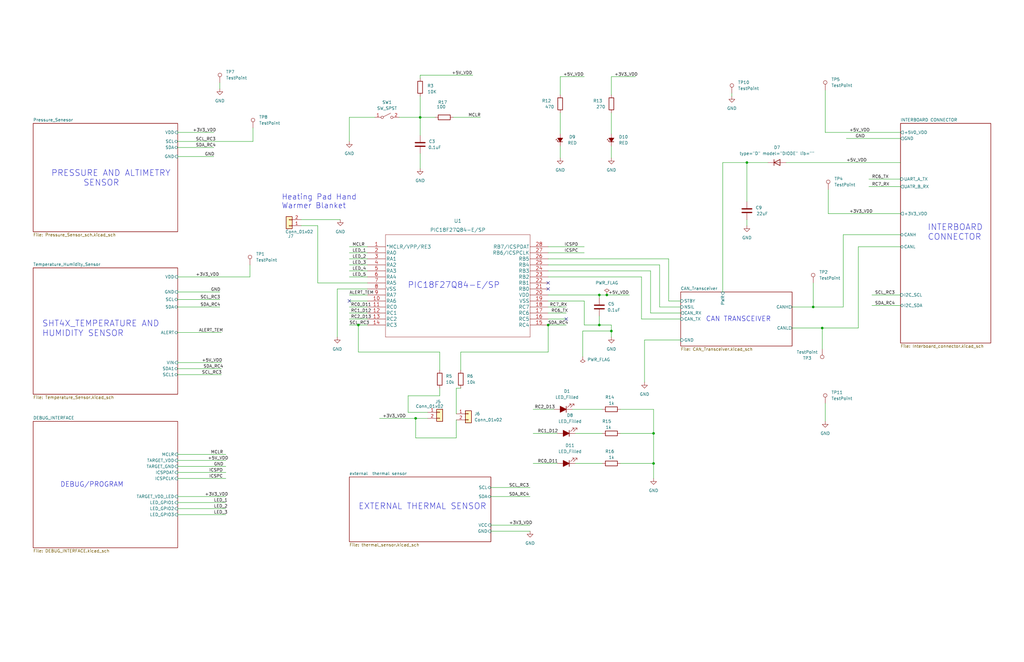
<source format=kicad_sch>
(kicad_sch (version 20211123) (generator eeschema)
  (paper "B")
  (title_block (title "ColodaroCUBE Payloads") (date "2022-01-26"))
  (lib_symbols
    (symbol "2022-01-25_01-41-04:PIC18F27Q84-E{slash}SP" (pin_names (offset 0.254))
      (property "Reference" "U" (at 38.1 10.16 0))
      (property "Value" "PIC18F27Q84-E{slash}SP" (at 38.1 7.62 0))
      (symbol "PIC18F27Q84-E{slash}SP_1_1"
        (polyline (pts (xy 7.62 -38.1) (xy 68.58 -38.1)) (stroke (width 0.127)))
        (polyline (pts (xy 7.62 5.08) (xy 7.62 -38.1)) (stroke (width 0.127)))
        (polyline (pts (xy 68.58 -38.1) (xy 68.58 5.08)) (stroke (width 0.127)))
        (polyline (pts (xy 68.58 5.08) (xy 7.62 5.08)) (stroke (width 0.127)))
        (pin bidirectional line (at 0 0 0) (length 7.62) (name "*MCLR/VPP/RE3") (number "1"))
        (pin bidirectional line (at 0 -22.86 0) (length 7.62) (name "RA6") (number "10"))
        (pin bidirectional line (at 0 -25.4 0) (length 7.62) (name "RC0") (number "11"))
        (pin bidirectional line (at 0 -27.94 0) (length 7.62) (name "RC1") (number "12"))
        (pin bidirectional line (at 0 -30.48 0) (length 7.62) (name "RC2") (number "13"))
        (pin bidirectional line (at 0 -33.02 0) (length 7.62) (name "RC3") (number "14"))
        (pin bidirectional line (at 76.2 -33.02 180) (length 7.62) (name "RC4") (number "15"))
        (pin bidirectional line (at 76.2 -30.48 180) (length 7.62) (name "RC5") (number "16"))
        (pin bidirectional line (at 76.2 -27.94 180) (length 7.62) (name "RC6") (number "17"))
        (pin bidirectional line (at 76.2 -25.4 180) (length 7.62) (name "RC7") (number "18"))
        (pin power_in line (at 76.2 -22.86 180) (length 7.62) (name "VSS") (number "19"))
        (pin bidirectional line (at 0 -2.54 0) (length 7.62) (name "RA0") (number "2"))
        (pin power_in line (at 76.2 -20.32 180) (length 7.62) (name "VDD") (number "20"))
        (pin bidirectional line (at 76.2 -17.78 180) (length 7.62) (name "RB0") (number "21"))
        (pin bidirectional line (at 76.2 -15.24 180) (length 7.62) (name "RB1") (number "22"))
        (pin bidirectional line (at 76.2 -12.7 180) (length 7.62) (name "RB2") (number "23"))
        (pin bidirectional line (at 76.2 -10.16 180) (length 7.62) (name "RB3") (number "24"))
        (pin bidirectional line (at 76.2 -7.62 180) (length 7.62) (name "RB4") (number "25"))
        (pin bidirectional line (at 76.2 -5.08 180) (length 7.62) (name "RB5") (number "26"))
        (pin bidirectional line (at 76.2 -2.54 180) (length 7.62) (name "RB6/ICSPCLK") (number "27"))
        (pin bidirectional line (at 76.2 0 180) (length 7.62) (name "RB7/ICSPDAT") (number "28"))
        (pin bidirectional line (at 0 -5.08 0) (length 7.62) (name "RA1") (number "3"))
        (pin bidirectional line (at 0 -7.62 0) (length 7.62) (name "RA2") (number "4"))
        (pin bidirectional line (at 0 -10.16 0) (length 7.62) (name "RA3") (number "5"))
        (pin bidirectional line (at 0 -12.7 0) (length 7.62) (name "RA4") (number "6"))
        (pin bidirectional line (at 0 -15.24 0) (length 7.62) (name "RA5") (number "7"))
        (pin power_in line (at 0 -17.78 0) (length 7.62) (name "VSS") (number "8"))
        (pin bidirectional line (at 0 -20.32 0) (length 7.62) (name "RA7") (number "9"))
      )
    )
    (symbol "Connector:TestPoint" (pin_numbers hide) (pin_names (offset 0.762) hide)
      (property "Reference" "TP" (at 0 6.858 0))
      (property "Value" "TestPoint" (at 0 5.08 0))
      (symbol "TestPoint_0_1"
        (circle (center 0 3.302) (radius 0.762))
      )
      (symbol "TestPoint_1_1"
        (pin passive line (at 0 0 90) (length 2.54) (name "1") (number "1"))
      )
    )
    (symbol "Connector_Generic:Conn_01x02" (pin_names (offset 1.016) hide)
      (property "Reference" "J" (at 0 2.54 0))
      (property "Value" "Conn_01x02" (at 0 -5.08 0))
      (symbol "Conn_01x02_1_1"
        (rectangle (start -1.27 -2.413) (end 0 -2.667) (stroke (width 0.1524)))
        (rectangle (start -1.27 0.127) (end 0 -0.127) (stroke (width 0.1524)))
        (rectangle (start -1.27 1.27) (end 1.27 -3.81) (stroke (width 0.254)) (fill (type background)))
        (pin passive line (at -5.08 0 0) (length 3.81) (name "Pin_1") (number "1"))
        (pin passive line (at -5.08 -2.54 0) (length 3.81) (name "Pin_2") (number "2"))
      )
    )
    (symbol "Device:C" (pin_numbers hide) (pin_names (offset 0.254))
      (property "Reference" "C" (at 0.635 2.54 0))
      (property "Value" "C" (at 0.635 -2.54 0))
      (symbol "C_0_1"
        (polyline (pts (xy -2.032 -0.762) (xy 2.032 -0.762)) (stroke (width 0.508)))
        (polyline (pts (xy -2.032 0.762) (xy 2.032 0.762)) (stroke (width 0.508)))
      )
      (symbol "C_1_1"
        (pin passive line (at 0 3.81 270) (length 2.794) (name "~") (number "1"))
        (pin passive line (at 0 -3.81 90) (length 2.794) (name "~") (number "2"))
      )
    )
    (symbol "Device:LED_Filled" (pin_numbers hide) (pin_names (offset 1.016) hide)
      (property "Reference" "D" (at 0 2.54 0))
      (property "Value" "LED_Filled" (at 0 -2.54 0))
      (symbol "LED_Filled_0_1"
        (polyline (pts (xy -1.27 -1.27) (xy -1.27 1.27)) (stroke (width 0.254)))
        (polyline (pts (xy -1.27 0) (xy 1.27 0)))
        (polyline (pts (xy 1.27 -1.27) (xy 1.27 1.27) (xy -1.27 0) (xy 1.27 -1.27)) (stroke (width 0.254)) (fill (type outline)))
        (polyline (pts (xy -3.048 -0.762) (xy -4.572 -2.286) (xy -3.81 -2.286) (xy -4.572 -2.286) (xy -4.572 -1.524)))
        (polyline (pts (xy -1.778 -0.762) (xy -3.302 -2.286) (xy -2.54 -2.286) (xy -3.302 -2.286) (xy -3.302 -1.524)))
      )
      (symbol "LED_Filled_1_1"
        (pin passive line (at -3.81 0 0) (length 2.54) (name "K") (number "1"))
        (pin passive line (at 3.81 0 180) (length 2.54) (name "A") (number "2"))
      )
    )
    (symbol "Device:LED_Small_Filled" (pin_numbers hide) (pin_names (offset 0.254) hide)
      (property "Reference" "D" (at -1.27 3.175 0))
      (property "Value" "LED_Small_Filled" (at -4.445 -2.54 0))
      (symbol "LED_Small_Filled_0_1"
        (polyline (pts (xy -0.762 -1.016) (xy -0.762 1.016)) (stroke (width 0.254)))
        (polyline (pts (xy 1.016 0) (xy -0.762 0)))
        (polyline (pts (xy 0.762 -1.016) (xy -0.762 0) (xy 0.762 1.016) (xy 0.762 -1.016)) (stroke (width 0.254)) (fill (type outline)))
        (polyline (pts (xy 0 0.762) (xy -0.508 1.27) (xy -0.254 1.27) (xy -0.508 1.27) (xy -0.508 1.016)))
        (polyline (pts (xy 0.508 1.27) (xy 0 1.778) (xy 0.254 1.778) (xy 0 1.778) (xy 0 1.524)))
      )
      (symbol "LED_Small_Filled_1_1"
        (pin passive line (at -2.54 0 0) (length 1.778) (name "K") (number "1"))
        (pin passive line (at 2.54 0 180) (length 1.778) (name "A") (number "2"))
      )
    )
    (symbol "Device:R" (pin_numbers hide) (pin_names (offset 0))
      (property "Reference" "R" (at 2.032 0 90))
      (property "Value" "R" (at 0 0 90))
      (symbol "R_0_1"
        (rectangle (start -1.016 -2.54) (end 1.016 2.54) (stroke (width 0.254)))
      )
      (symbol "R_1_1"
        (pin passive line (at 0 3.81 270) (length 1.27) (name "~") (number "1"))
        (pin passive line (at 0 -3.81 90) (length 1.27) (name "~") (number "2"))
      )
    )
    (symbol "Simulation_SPICE:DIODE" (pin_numbers hide) (pin_names (offset 1.016) hide)
      (property "Reference" "D" (at 0 2.54 0))
      (property "Value" "DIODE" (at 0 -2.54 0))
      (symbol "DIODE_0_1"
        (polyline (pts (xy 1.27 0) (xy -1.27 0)))
        (polyline (pts (xy 1.27 1.27) (xy 1.27 -1.27)) (stroke (width 0.254)))
        (polyline (pts (xy -1.27 -1.27) (xy -1.27 1.27) (xy 1.27 0) (xy -1.27 -1.27)) (stroke (width 0.254)))
      )
      (symbol "DIODE_1_1"
        (pin passive line (at -3.81 0 0) (length 2.54) (name "A") (number "1"))
        (pin passive line (at 3.81 0 180) (length 2.54) (name "K") (number "2"))
      )
    )
    (symbol "Switch:SW_SPST" (pin_names (offset 0) hide)
      (property "Reference" "SW" (at 0 3.175 0))
      (property "Value" "SW_SPST" (at 0 -2.54 0))
      (symbol "SW_SPST_0_0"
        (circle (center -2.032 0) (radius 0.508))
        (polyline (pts (xy -1.524 0.254) (xy 1.524 1.778)))
        (circle (center 2.032 0) (radius 0.508))
      )
      (symbol "SW_SPST_1_1"
        (pin passive line (at -5.08 0 0) (length 2.54) (name "A") (number "1"))
        (pin passive line (at 5.08 0 180) (length 2.54) (name "B") (number "2"))
      )
    )
    (symbol "power:GND" (power) (pin_names (offset 0))
      (property "Value" "GND" (at 0 -3.81 0))
      (symbol "GND_0_1"
        (polyline (pts (xy 0 0) (xy 0 -1.27) (xy 1.27 -1.27) (xy 0 -2.54) (xy -1.27 -1.27) (xy 0 -1.27)))
      )
      (symbol "GND_1_1"
        (pin power_in line (at 0 0 270) (length 0) hide (name "GND") (number "1"))
      )
    )
    (symbol "power:PWR_FLAG" (power) (pin_numbers hide) (pin_names (offset 0) hide)
      (property "Value" "PWR_FLAG" (at 0 3.81 0))
      (symbol "PWR_FLAG_0_0"
        (pin power_out line (at 0 0 90) (length 0) (name "pwr") (number "1"))
      )
      (symbol "PWR_FLAG_0_1"
        (polyline (pts (xy 0 0) (xy 0 1.27) (xy -1.016 1.905) (xy 0 2.54) (xy 1.016 1.905) (xy 0 1.27)))
      )
    )
  )
  (junction (at 275.59 195.58))
  (junction (at 177.165 49.53))
  (junction (at 255.905 124.46))
  (junction (at 275.59 182.88))
  (junction (at 252.73 137.16))
  (junction (at 342.9 129.54))
  (junction (at 252.73 124.46))
  (junction (at 257.81 139.7))
  (junction (at 151.13 137.16))
  (junction (at 175.26 176.53))
  (junction (at 346.71 138.43))
  (junction (at 314.96 68.58))
  (junction (at 231.14 137.16))
  (no_connect (at 231.14 119.38))
  (no_connect (at 231.14 121.92))
  (no_connect (at 238.76 134.62))
  (no_connect (at 147.32 127))
  (wire (pts (xy 366.395 75.565) (xy 379.73 75.565)))
  (wire (pts (xy 127 95.25) (xy 133.985 95.25)))
  (wire (pts (xy 177.165 49.53) (xy 183.515 49.53)))
  (wire (pts (xy 74.93 126.365) (xy 92.71 126.365)))
  (wire (pts (xy 278.13 111.76) (xy 278.13 129.54)))
  (wire (pts (xy 355.6 99.06) (xy 355.6 129.54)))
  (wire (pts (xy 192.405 163.83) (xy 194.31 163.83)))
  (wire (pts (xy 74.93 201.93) (xy 95.25 201.93)))
  (wire (pts (xy 175.26 176.53) (xy 180.34 176.53)))
  (wire (pts (xy 147.32 132.08) (xy 154.94 132.08)))
  (wire (pts (xy 147.32 127) (xy 154.94 127)))
  (wire (pts (xy 74.93 209.55) (xy 95.25 209.55)))
  (wire (pts (xy 367.665 128.905) (xy 379.73 128.905)))
  (wire (pts (xy 231.14 104.14) (xy 246.38 104.14)))
  (wire (pts (xy 74.93 199.39) (xy 95.25 199.39)))
  (wire (pts (xy 192.405 177.165) (xy 192.405 184.785)))
  (wire (pts (xy 231.14 114.3) (xy 274.32 114.3)))
  (wire (pts (xy 207.01 221.615) (xy 223.52 221.615)))
  (wire (pts (xy 147.32 116.84) (xy 154.94 116.84)))
  (wire (pts (xy 304.8 68.58) (xy 304.8 123.19)))
  (wire (pts (xy 236.22 40.005) (xy 236.22 32.385)))
  (wire (pts (xy 242.57 182.88) (xy 254 182.88)))
  (wire (pts (xy 342.9 119.38) (xy 342.9 129.54)))
  (wire (pts (xy 74.93 212.09) (xy 95.25 212.09)))
  (wire (pts (xy 224.79 195.58) (xy 234.95 195.58)))
  (wire (pts (xy 274.32 132.08) (xy 287.02 132.08)))
  (wire (pts (xy 185.42 156.21) (xy 185.42 148.59)))
  (wire (pts (xy 255.905 124.46) (xy 265.43 124.46)))
  (wire (pts (xy 192.405 174.625) (xy 192.405 163.83)))
  (wire (pts (xy 192.405 184.785) (xy 175.26 184.785)))
  (wire (pts (xy 177.165 64.77) (xy 177.165 71.12)))
  (wire (pts (xy 133.985 95.25) (xy 133.985 119.38)))
  (wire (pts (xy 231.14 106.68) (xy 246.38 106.68)))
  (wire (pts (xy 224.79 172.72) (xy 233.68 172.72)))
  (wire (pts (xy 257.81 47.625) (xy 257.81 56.515)))
  (wire (pts (xy 74.93 217.17) (xy 95.25 217.17)))
  (wire (pts (xy 367.665 124.46) (xy 379.73 124.46)))
  (wire (pts (xy 236.22 47.625) (xy 236.22 56.515)))
  (wire (pts (xy 349.25 90.17) (xy 379.73 90.17)))
  (wire (pts (xy 281.94 109.22) (xy 281.94 127)))
  (wire (pts (xy 281.94 127) (xy 287.02 127)))
  (wire (pts (xy 177.165 31.75) (xy 199.39 31.75)))
  (wire (pts (xy 349.25 80.01) (xy 349.25 90.17)))
  (wire (pts (xy 356.87 58.42) (xy 379.73 58.42)))
  (wire (pts (xy 275.59 182.88) (xy 275.59 195.58)))
  (wire (pts (xy 177.165 33.02) (xy 177.165 31.75)))
  (wire (pts (xy 147.32 137.16) (xy 151.13 137.16)))
  (wire (pts (xy 147.32 114.3) (xy 154.94 114.3)))
  (wire (pts (xy 151.13 148.59) (xy 151.13 137.16)))
  (wire (pts (xy 257.81 137.16) (xy 252.73 137.16)))
  (wire (pts (xy 177.165 49.53) (xy 177.165 57.15)))
  (wire (pts (xy 74.93 129.54) (xy 92.71 129.54)))
  (wire (pts (xy 257.81 61.595) (xy 257.81 66.675)))
  (wire (pts (xy 231.14 129.54) (xy 238.76 129.54)))
  (wire (pts (xy 275.59 195.58) (xy 275.59 201.93)))
  (wire (pts (xy 151.13 137.16) (xy 154.94 137.16)))
  (wire (pts (xy 74.93 59.69) (xy 106.68 59.69)))
  (wire (pts (xy 74.93 55.88) (xy 90.17 55.88)))
  (wire (pts (xy 74.93 191.77) (xy 95.25 191.77)))
  (wire (pts (xy 231.14 137.16) (xy 238.76 137.16)))
  (wire (pts (xy 261.62 172.72) (xy 275.59 172.72)))
  (wire (pts (xy 346.71 138.43) (xy 346.71 147.32)))
  (wire (pts (xy 147.32 124.46) (xy 154.94 124.46)))
  (wire (pts (xy 261.62 182.88) (xy 275.59 182.88)))
  (wire (pts (xy 270.51 134.62) (xy 287.02 134.62)))
  (wire (pts (xy 172.085 173.99) (xy 180.34 173.99)))
  (wire (pts (xy 147.32 134.62) (xy 154.94 134.62)))
  (wire (pts (xy 105.41 111.76) (xy 105.41 116.84)))
  (wire (pts (xy 242.57 195.58) (xy 254 195.58)))
  (wire (pts (xy 274.32 114.3) (xy 274.32 132.08)))
  (wire (pts (xy 142.24 121.92) (xy 142.24 142.24)))
  (wire (pts (xy 231.14 134.62) (xy 238.76 134.62)))
  (wire (pts (xy 347.98 55.88) (xy 379.73 55.88)))
  (wire (pts (xy 231.14 127) (xy 246.38 127)))
  (wire (pts (xy 246.38 127) (xy 246.38 137.16)))
  (wire (pts (xy 261.62 195.58) (xy 275.59 195.58)))
  (wire (pts (xy 257.81 32.385) (xy 267.97 32.385)))
  (wire (pts (xy 147.32 129.54) (xy 154.94 129.54)))
  (wire (pts (xy 194.31 148.59) (xy 231.14 148.59)))
  (wire (pts (xy 231.14 109.22) (xy 281.94 109.22)))
  (wire (pts (xy 224.79 182.88) (xy 234.95 182.88)))
  (wire (pts (xy 74.93 66.04) (xy 90.17 66.04)))
  (wire (pts (xy 74.93 158.115) (xy 93.345 158.115)))
  (wire (pts (xy 74.93 140.335) (xy 93.345 140.335)))
  (wire (pts (xy 127 92.71) (xy 143.51 92.71)))
  (wire (pts (xy 346.71 138.43) (xy 361.95 138.43)))
  (wire (pts (xy 361.95 104.14) (xy 361.95 138.43)))
  (wire (pts (xy 236.22 61.595) (xy 236.22 66.675)))
  (wire (pts (xy 74.93 196.85) (xy 95.25 196.85)))
  (wire (pts (xy 355.6 99.06) (xy 379.73 99.06)))
  (wire (pts (xy 185.42 163.83) (xy 185.42 167.005)))
  (wire (pts (xy 158.115 49.53) (xy 147.32 49.53)))
  (wire (pts (xy 245.745 150.495) (xy 245.745 139.7)))
  (wire (pts (xy 74.93 62.23) (xy 90.17 62.23)))
  (wire (pts (xy 207.01 209.55) (xy 223.52 209.55)))
  (wire (pts (xy 278.13 129.54) (xy 287.02 129.54)))
  (wire (pts (xy 194.31 156.21) (xy 194.31 148.59)))
  (wire (pts (xy 304.8 68.58) (xy 314.96 68.58)))
  (wire (pts (xy 314.96 92.71) (xy 314.96 95.25)))
  (wire (pts (xy 231.14 116.84) (xy 270.51 116.84)))
  (wire (pts (xy 185.42 167.005) (xy 172.085 167.005)))
  (wire (pts (xy 168.275 49.53) (xy 177.165 49.53)))
  (wire (pts (xy 257.81 139.7) (xy 257.81 142.24)))
  (wire (pts (xy 231.14 124.46) (xy 252.73 124.46)))
  (wire (pts (xy 366.395 78.74) (xy 379.73 78.74)))
  (wire (pts (xy 147.32 49.53) (xy 147.32 59.69)))
  (wire (pts (xy 147.32 109.22) (xy 154.94 109.22)))
  (wire (pts (xy 231.14 132.08) (xy 238.76 132.08)))
  (wire (pts (xy 361.95 104.14) (xy 379.73 104.14)))
  (wire (pts (xy 175.26 184.785) (xy 175.26 176.53)))
  (wire (pts (xy 347.98 38.1) (xy 347.98 55.88)))
  (wire (pts (xy 92.71 34.925) (xy 92.71 37.465)))
  (wire (pts (xy 270.51 116.84) (xy 270.51 134.62)))
  (wire (pts (xy 252.73 124.46) (xy 252.73 125.73)))
  (wire (pts (xy 334.01 129.54) (xy 342.9 129.54)))
  (wire (pts (xy 308.61 39.37) (xy 308.61 40.64)))
  (wire (pts (xy 314.96 68.58) (xy 314.96 85.09)))
  (wire (pts (xy 74.93 116.84) (xy 105.41 116.84)))
  (wire (pts (xy 74.93 194.31) (xy 95.25 194.31)))
  (wire (pts (xy 74.93 155.575) (xy 93.345 155.575)))
  (wire (pts (xy 147.32 106.68) (xy 154.94 106.68)))
  (wire (pts (xy 106.68 53.975) (xy 106.68 59.69)))
  (wire (pts (xy 257.81 137.16) (xy 257.81 139.7)))
  (wire (pts (xy 142.24 121.92) (xy 154.94 121.92)))
  (wire (pts (xy 241.3 172.72) (xy 254 172.72)))
  (wire (pts (xy 347.98 170.18) (xy 347.98 177.8)))
  (wire (pts (xy 257.81 40.005) (xy 257.81 32.385)))
  (wire (pts (xy 271.78 143.51) (xy 271.78 161.29)))
  (wire (pts (xy 252.73 133.35) (xy 252.73 137.16)))
  (wire (pts (xy 185.42 148.59) (xy 151.13 148.59)))
  (wire (pts (xy 231.14 111.76) (xy 278.13 111.76)))
  (wire (pts (xy 236.22 32.385) (xy 246.38 32.385)))
  (wire (pts (xy 252.73 124.46) (xy 255.905 124.46)))
  (wire (pts (xy 133.985 119.38) (xy 154.94 119.38)))
  (wire (pts (xy 275.59 172.72) (xy 275.59 182.88)))
  (wire (pts (xy 74.93 153.035) (xy 93.345 153.035)))
  (wire (pts (xy 231.14 148.59) (xy 231.14 137.16)))
  (wire (pts (xy 177.165 40.64) (xy 177.165 49.53)))
  (wire (pts (xy 147.32 104.14) (xy 154.94 104.14)))
  (wire (pts (xy 271.78 143.51) (xy 287.02 143.51)))
  (wire (pts (xy 147.32 111.76) (xy 154.94 111.76)))
  (wire (pts (xy 74.93 214.63) (xy 95.25 214.63)))
  (wire (pts (xy 245.745 139.7) (xy 257.81 139.7)))
  (wire (pts (xy 314.96 68.58) (xy 323.85 68.58)))
  (wire (pts (xy 172.085 167.005) (xy 172.085 173.99)))
  (wire (pts (xy 207.01 224.155) (xy 223.52 224.155)))
  (wire (pts (xy 342.9 129.54) (xy 355.6 129.54)))
  (wire (pts (xy 246.38 137.16) (xy 252.73 137.16)))
  (wire (pts (xy 160.02 176.53) (xy 175.26 176.53)))
  (wire (pts (xy 207.01 205.74) (xy 223.52 205.74)))
  (wire (pts (xy 331.47 68.58) (xy 379.73 68.58)))
  (wire (pts (xy 334.01 138.43) (xy 346.71 138.43)))
  (wire (pts (xy 191.135 49.53) (xy 202.565 49.53)))
  (wire (pts (xy 74.93 123.19) (xy 92.71 123.19)))
  (text "PRESSURE AND ALTIMETRY \n       SENSOR" (at 21.59 78.74 0) (effects (font (size 2.54 2.54)) (justify left bottom)))
  (text "EXTERNAL THERMAL SENSOR" (at 151.13 215.265 0) (effects (font (size 2.54 2.54)) (justify left bottom)))
  (text "PIC18F27Q84-E/SP" (at 210.82 121.92 180) (effects (font (size 2.54 2.54)) (justify right bottom)))
  (text "DEBUG/PROGRAM" (at 25.4 205.74 0) (effects (font (size 2.032 2.032)) (justify left bottom)))
  (text "Heating Pad Hand \nWarmer Blanket " (at 118.745 88.265 0) (effects (font (size 2.286 2.286)) (justify left bottom)))
  (text "CAN TRANSCEIVER" (at 325.12 135.89 180) (effects (font (size 2.032 2.032)) (justify right bottom)))
  (text "INTERBOARD \nCONNECTOR" (at 391.16 101.6 0) (effects (font (size 2.54 2.54)) (justify left bottom)))
  (text "SHT4X_TEMPERATURE AND\nHUMIDITY SENSOR" (at 17.78 142.24 0) (effects (font (size 2.54 2.54)) (justify left bottom)))
  (label "LED_1" (at 148.59 106.68 0))
  (label "RC0_D11" (at 226.695 195.58 0))
  (label "RC7_RX" (at 367.665 78.74 0))
  (label "RC7_RX" (at 231.775 129.54 0))
  (label "LED_3" (at 148.59 111.76 0))
  (label "SDA_RC4" (at 82.55 62.23 0))
  (label "RC0_D11" (at 147.955 129.54 0))
  (label "SCL_RC3" (at 368.935 124.46 0))
  (label "GND" (at 90.17 196.85 0))
  (label "+3V3_VDD" (at 81.28 55.88 0))
  (label "+5V_VDD" (at 190.5 31.75 0))
  (label "+5V_VDD" (at 237.49 32.385 0))
  (label "+5V_VDD" (at 356.87 68.58 0))
  (label "SCL_RC3" (at 84.455 126.365 0))
  (label "SCL_RC3" (at 85.09 158.115 0))
  (label "MCLR" (at 148.59 104.14 0))
  (label "ICSPD" (at 93.98 199.39 180))
  (label "LED_4" (at 148.59 114.3 0))
  (label "GND" (at 88.9 123.19 0))
  (label "+3V3_VDD" (at 358.14 90.17 0))
  (label "+5V_VDD" (at 256.54 124.46 0))
  (label "ICSPC" (at 93.98 201.93 180))
  (label "RC6_TX" (at 232.41 132.08 0))
  (label "+3V3_VDD" (at 214.63 221.615 0))
  (label "SDA_RC4" (at 214.63 209.55 0))
  (label "SDA_RC4" (at 84.455 129.54 0))
  (label "RC1_D12" (at 147.955 132.08 0))
  (label "RC2_D13" (at 225.425 172.72 0))
  (label "GND" (at 360.68 58.42 0))
  (label "LED_2" (at 148.59 109.22 0))
  (label "+5V_VDD" (at 85.09 153.035 0))
  (label "+5V_VDD" (at 358.14 55.88 0))
  (label "SDA_RC4" (at 231.14 137.16 0))
  (label "MCLR" (at 197.485 49.53 0))
  (label "SDA_RC4" (at 368.935 128.905 0))
  (label "+3V3_VDD" (at 86.36 209.55 0))
  (label "MCLR" (at 88.9 191.77 0))
  (label "SCL_RC3" (at 147.32 137.16 0))
  (label "GND" (at 86.36 66.04 0))
  (label "LED_1" (at 90.17 212.09 0))
  (label "ICSPC" (at 243.84 106.68 180))
  (label "SDA_RC4" (at 85.725 155.575 0))
  (label "ALERT_TEM" (at 147.32 124.46 0))
  (label "SCL_RC3" (at 82.55 59.69 0))
  (label "RC1_D12" (at 226.695 182.88 0))
  (label "LED_5" (at 148.59 116.84 0))
  (label "RC6_TX" (at 367.665 75.565 0))
  (label "+5V_VDD" (at 87.63 194.31 0))
  (label "SCL_RC3" (at 214.63 205.74 0))
  (label "+3V3_VDD" (at 161.29 176.53 0))
  (label "RC2_D13" (at 147.955 134.62 0))
  (label "LED_2" (at 90.17 214.63 0))
  (label "LED_3" (at 90.17 217.17 0))
  (label "ALERT_TEM" (at 83.82 140.335 0))
  (label "ICSPD" (at 243.84 104.14 180))
  (label "+3V3_VDD" (at 82.55 116.84 0))
  (label "+3V3_VDD" (at 259.08 32.385 0))
  (symbol (lib_id "power:PWR_FLAG") (at 245.745 150.495 180) (unit 1)
    (property "Reference" "#FLG0104" (effects hide))
    (property "Value" "PWR_FLAG" (at 247.65 151.7649 0) (effects (justify right)))
  )
  (symbol (lib_id "Device:LED_Small_Filled") (at 257.81 59.055 90) (unit 1)
    (property "Reference" "D10" (at 262.89 57.785 90))
    (property "Value" "RED" (at 262.89 60.325 90))
    (property "Footprint" "LED_SMD:LED_2010_5025Metric_Pad1.52x2.65mm_HandSolder" (effects hide))
  )
  (symbol (lib_id "power:GND") (at 142.24 142.24 0) (unit 1)
    (property "Reference" "#PWR0102" (effects hide))
    (property "Value" "GND" (at 142.24 147.32 0))
  )
  (symbol (lib_id "Switch:SW_SPST") (at 163.195 49.53 0) (unit 1)
    (property "Reference" "SW1" (at 163.195 43.18 0))
    (property "Value" "SW_SPST" (at 163.195 45.72 0))
    (property "Footprint" "Button_Switch_SMD:SW_Push_SPST_NO_Alps_SKRK" (effects hide))
  )
  (symbol (lib_id "2022-01-25_01-41-04:PIC18F27Q84-E{slash}SP") (at 154.94 104.14 0) (unit 1)
    (property "Reference" "U1" (at 193.04 93.218 0) (effects (font (size 1.524 1.524))))
    (property "Value" "PIC18F27Q84-E/SP" (at 193.04 97.028 0) (effects (font (size 1.524 1.524))))
    (property "Footprint" "footprintsSP:PIC18F27Q84-E&slash_SP" (effects hide))
  )
  (symbol (lib_id "Connector:TestPoint") (at 106.68 53.975 0) (unit 1)
    (property "Reference" "TP8" (at 109.22 49.4029 0) (effects (justify left)))
    (property "Value" "TestPoint" (at 109.22 51.9429 0) (effects (justify left)))
    (property "Footprint" "TestPoint:TestPoint_2Pads_Pitch2.54mm_Drill0.8mm" (effects hide))
  )
  (symbol (lib_id "Device:LED_Small_Filled") (at 236.22 59.055 90) (unit 1)
    (property "Reference" "D9" (at 241.3 57.785 90))
    (property "Value" "RED" (at 241.3 60.325 90))
    (property "Footprint" "LED_SMD:LED_2010_5025Metric_Pad1.52x2.65mm_HandSolder" (effects hide))
  )
  (symbol (lib_id "Device:C") (at 314.96 88.9 180) (unit 1)
    (property "Reference" "C9" (at 321.31 87.63 0) (effects (justify left)))
    (property "Value" "22uF" (at 323.85 90.17 0) (effects (justify left)))
    (property "Footprint" "Capacitor_SMD:C_1210_3225Metric_Pad1.33x2.70mm_HandSolder" (effects hide))
    (property "Voltage" "25V" (effects hide))
    (property "Mfr. #" "CL10B104KA8NNNC" (effects hide))
    (property "Order" "https://www.digikey.com/product-detail/en/samsung-electro-mechanics/CL10B104KA8NNNC/1276-1006-1-ND/3889092" (effects hide))
  )
  (symbol (lib_id "Connector:TestPoint") (at 347.98 170.18 0) (unit 1)
    (property "Reference" "TP11" (at 350.52 165.6079 0) (effects (justify left)))
    (property "Value" "TestPoint" (at 350.52 168.1479 0) (effects (justify left)))
    (property "Footprint" "TestPoint:TestPoint_2Pads_Pitch2.54mm_Drill0.8mm" (effects hide))
  )
  (symbol (lib_id "power:GND") (at 314.96 95.25 0) (unit 1)
    (property "Reference" "#PWR04" (effects hide))
    (property "Value" "GND" (at 314.96 100.33 0))
  )
  (symbol (lib_id "Connector:TestPoint") (at 105.41 111.76 0) (unit 1)
    (property "Reference" "TP1" (at 107.95 107.1879 0) (effects (justify left)))
    (property "Value" "TestPoint" (at 107.95 109.7279 0) (effects (justify left)))
    (property "Footprint" "TestPoint:TestPoint_2Pads_Pitch2.54mm_Drill0.8mm" (effects hide))
  )
  (symbol (lib_id "Device:C") (at 177.165 60.96 180) (unit 1)
    (property "Reference" "C3" (at 183.515 59.69 0) (effects (justify left)))
    (property "Value" "0.1uF" (at 186.055 62.23 0) (effects (justify left)))
    (property "Footprint" "Capacitor_SMD:C_1210_3225Metric_Pad1.33x2.70mm_HandSolder" (effects hide))
    (property "Voltage" "25V" (effects hide))
    (property "Mfr. #" "CL10B104KA8NNNC" (effects hide))
    (property "Order" "https://www.digikey.com/product-detail/en/samsung-electro-mechanics/CL10B104KA8NNNC/1276-1006-1-ND/3889092" (effects hide))
  )
  (symbol (lib_id "Connector:TestPoint") (at 349.25 80.01 0) (unit 1)
    (property "Reference" "TP4" (at 351.79 75.4379 0) (effects (justify left)))
    (property "Value" "TestPoint" (at 351.79 77.9779 0) (effects (justify left)))
    (property "Footprint" "TestPoint:TestPoint_2Pads_Pitch2.54mm_Drill0.8mm" (effects hide))
  )
  (symbol (lib_id "Device:R") (at 257.81 195.58 90) (unit 1)
    (property "Reference" "R16" (at 259.08 190.5 90) (effects (justify left)))
    (property "Value" "1k" (at 259.08 193.04 90) (effects (justify left)))
    (property "Footprint" "Resistor_SMD:R_2010_5025Metric_Pad1.40x2.65mm_HandSolder" (effects hide))
  )
  (symbol (lib_id "power:GND") (at 92.71 37.465 0) (unit 1)
    (property "Reference" "#PWR06" (effects hide))
    (property "Value" "GND" (at 92.71 42.545 0))
  )
  (symbol (lib_id "power:GND") (at 347.98 177.8 0) (unit 1)
    (property "Reference" "#PWR0103" (effects hide))
    (property "Value" "GND" (at 347.98 182.88 0))
  )
  (symbol (lib_id "Device:LED_Filled") (at 238.76 195.58 180) (unit 1)
    (property "Reference" "D11" (at 240.3475 187.96 0))
    (property "Value" "LED_Filled" (at 240.3475 190.5 0))
    (property "Footprint" "LED_SMD:LED_2010_5025Metric_Pad1.52x2.65mm_HandSolder" (effects hide))
  )
  (symbol (lib_id "power:GND") (at 143.51 92.71 0) (unit 1)
    (property "Reference" "#PWR0105" (effects hide))
    (property "Value" "GND" (at 143.51 97.79 0))
  )
  (symbol (lib_id "power:GND") (at 257.81 66.675 0) (unit 1)
    (property "Reference" "#PWR011" (effects hide))
    (property "Value" "GND" (at 257.81 71.755 0))
  )
  (symbol (lib_id "Connector:TestPoint") (at 347.98 38.1 0) (unit 1)
    (property "Reference" "TP5" (at 350.52 33.5279 0) (effects (justify left)))
    (property "Value" "TestPoint" (at 350.52 36.0679 0) (effects (justify left)))
    (property "Footprint" "TestPoint:TestPoint_2Pads_Pitch2.54mm_Drill0.8mm" (effects hide))
  )
  (symbol (lib_id "Device:R") (at 236.22 43.815 180) (unit 1)
    (property "Reference" "R12" (at 232.41 42.545 0) (effects (justify left)))
    (property "Value" "470" (at 233.68 45.085 0) (effects (justify left)))
    (property "Footprint" "Resistor_SMD:R_2010_5025Metric_Pad1.40x2.65mm_HandSolder" (effects hide))
  )
  (symbol (lib_id "Device:LED_Filled") (at 238.76 182.88 180) (unit 1)
    (property "Reference" "D8" (at 240.3475 175.26 0))
    (property "Value" "LED_Filled" (at 240.3475 177.8 0))
    (property "Footprint" "LED_SMD:LED_2010_5025Metric_Pad1.52x2.65mm_HandSolder" (effects hide))
  )
  (symbol (lib_id "power:GND") (at 275.59 201.93 0) (unit 1)
    (property "Reference" "#PWR012" (effects hide))
    (property "Value" "GND" (at 275.59 207.01 0))
  )
  (symbol (lib_id "power:GND") (at 223.52 224.155 0) (unit 1)
    (property "Reference" "#PWR0104" (effects hide))
    (property "Value" "GND" (at 223.52 229.235 0))
  )
  (symbol (lib_id "Simulation_SPICE:DIODE") (at 327.66 68.58 180) (unit 1)
    (property "Reference" "D7" (at 327.66 62.23 0))
    (property "Value" "DIODE" (at 327.66 64.77 0))
    (property "Footprint" "Diode_SMD:D_2512_6332Metric_Pad1.52x3.35mm_HandSolder" (effects hide))
    (property "Spice_Netlist_Enabled" "Y" (effects hide))
    (property "Spice_Primitive" "D" (effects hide))
  )
  (symbol (lib_id "power:GND") (at 257.81 142.24 0) (unit 1)
    (property "Reference" "#PWR03" (effects hide))
    (property "Value" "GND" (at 257.81 147.32 0))
  )
  (symbol (lib_id "Connector_Generic:Conn_01x02") (at 185.42 173.99 0) (unit 1)
    (property "Reference" "J5" (at 183.515 169.545 0) (effects (justify left)))
    (property "Value" "Conn_01x02" (at 175.26 171.45 0) (effects (justify left)))
    (property "Footprint" "Connector_PinHeader_2.54mm:PinHeader_1x02_P2.54mm_Vertical" (effects hide))
  )
  (symbol (lib_id "Connector_Generic:Conn_01x02") (at 121.92 95.25 180) (unit 1)
    (property "Reference" "J7" (at 123.825 99.695 0) (effects (justify left)))
    (property "Value" "Conn_01x02" (at 132.08 97.79 0) (effects (justify left)))
    (property "Footprint" "Connector_PinHeader_2.54mm:PinHeader_1x02_P2.54mm_Vertical" (effects hide))
  )
  (symbol (lib_id "Device:R") (at 177.165 36.83 180) (unit 1)
    (property "Reference" "R3" (at 182.88 36.195 0) (effects (justify left)))
    (property "Value" "10K" (at 184.15 38.735 0) (effects (justify left)))
    (property "Footprint" "Resistor_SMD:R_2010_5025Metric_Pad1.40x2.65mm_HandSolder" (effects hide))
  )
  (symbol (lib_id "Device:R") (at 257.81 43.815 180) (unit 1)
    (property "Reference" "R13" (at 254 42.545 0) (effects (justify left)))
    (property "Value" "270" (at 255.27 45.085 0) (effects (justify left)))
    (property "Footprint" "Resistor_SMD:R_2010_5025Metric_Pad1.40x2.65mm_HandSolder" (effects hide))
  )
  (symbol (lib_id "Device:LED_Filled") (at 237.49 172.72 180) (unit 1)
    (property "Reference" "D1" (at 239.0775 165.1 0))
    (property "Value" "LED_Filled" (at 239.0775 167.64 0))
    (property "Footprint" "LED_SMD:LED_2010_5025Metric_Pad1.52x2.65mm_HandSolder" (effects hide))
  )
  (symbol (lib_id "Device:R") (at 257.81 172.72 90) (unit 1)
    (property "Reference" "R14" (at 259.08 167.64 90) (effects (justify left)))
    (property "Value" "1k" (at 259.08 170.18 90) (effects (justify left)))
    (property "Footprint" "Resistor_SMD:R_2010_5025Metric_Pad1.40x2.65mm_HandSolder" (effects hide))
  )
  (symbol (lib_id "Connector:TestPoint") (at 346.71 147.32 180) (unit 1)
    (property "Reference" "TP3" (at 340.36 151.13 0))
    (property "Value" "TestPoint" (at 340.36 148.59 0))
    (property "Footprint" "TestPoint:TestPoint_2Pads_Pitch2.54mm_Drill0.8mm" (effects hide))
  )
  (symbol (lib_id "Connector:TestPoint") (at 342.9 119.38 0) (unit 1)
    (property "Reference" "TP2" (at 345.44 114.8079 0) (effects (justify left)))
    (property "Value" "TestPoint" (at 345.44 117.3479 0) (effects (justify left)))
    (property "Footprint" "TestPoint:TestPoint_2Pads_Pitch2.54mm_Drill0.8mm" (effects hide))
  )
  (symbol (lib_id "Device:R") (at 194.31 160.02 0) (unit 1)
    (property "Reference" "R6" (at 196.85 158.7499 0) (effects (justify left)))
    (property "Value" "10k" (at 196.85 161.2899 0) (effects (justify left)))
    (property "Footprint" "Resistor_SMD:R_2010_5025Metric_Pad1.40x2.65mm_HandSolder" (effects hide))
  )
  (symbol (lib_id "Connector:TestPoint") (at 92.71 34.925 0) (unit 1)
    (property "Reference" "TP7" (at 95.25 30.3529 0) (effects (justify left)))
    (property "Value" "TestPoint" (at 95.25 32.8929 0) (effects (justify left)))
    (property "Footprint" "TestPoint:TestPoint_2Pads_Pitch2.54mm_Drill0.8mm" (effects hide))
  )
  (symbol (lib_id "Connector:TestPoint") (at 308.61 39.37 0) (unit 1)
    (property "Reference" "TP10" (at 311.15 34.7979 0) (effects (justify left)))
    (property "Value" "TestPoint" (at 311.15 37.3379 0) (effects (justify left)))
    (property "Footprint" "TestPoint:TestPoint_2Pads_Pitch2.54mm_Drill0.8mm" (effects hide))
  )
  (symbol (lib_id "power:GND") (at 236.22 66.675 0) (unit 1)
    (property "Reference" "#PWR010" (effects hide))
    (property "Value" "GND" (at 236.22 71.755 0))
  )
  (symbol (lib_id "power:GND") (at 177.165 71.12 0) (unit 1)
    (property "Reference" "#PWR02" (effects hide))
    (property "Value" "GND" (at 177.165 76.2 0))
  )
  (symbol (lib_id "power:GND") (at 271.78 161.29 0) (unit 1)
    (property "Reference" "#PWR0101" (effects hide))
    (property "Value" "GND" (at 271.78 166.37 0))
  )
  (symbol (lib_id "Device:R") (at 185.42 160.02 0) (unit 1)
    (property "Reference" "R5" (at 187.96 158.7499 0) (effects (justify left)))
    (property "Value" "10k" (at 187.96 161.2899 0) (effects (justify left)))
    (property "Footprint" "Resistor_SMD:R_2010_5025Metric_Pad1.40x2.65mm_HandSolder" (effects hide))
  )
  (symbol (lib_id "power:GND") (at 147.32 59.69 0) (unit 1)
    (property "Reference" "#PWR01" (effects hide))
    (property "Value" "GND" (at 147.32 64.77 0))
  )
  (symbol (lib_id "power:GND") (at 308.61 40.64 0) (unit 1)
    (property "Reference" "#PWR08" (effects hide))
    (property "Value" "GND" (at 308.61 45.72 0))
  )
  (symbol (lib_id "power:PWR_FLAG") (at 255.905 124.46 0) (unit 1)
    (property "Reference" "#FLG0101" (effects hide))
    (property "Value" "PWR_FLAG" (at 255.905 119.38 0))
  )
  (symbol (lib_id "Device:C") (at 252.73 129.54 180) (unit 1)
    (property "Reference" "C5" (at 259.08 128.27 0) (effects (justify left)))
    (property "Value" "0.1uF" (at 261.62 130.81 0) (effects (justify left)))
    (property "Footprint" "Capacitor_SMD:C_1210_3225Metric_Pad1.33x2.70mm_HandSolder" (effects hide))
    (property "Voltage" "25V" (effects hide))
    (property "Mfr. #" "CL10B104KA8NNNC" (effects hide))
    (property "Order" "https://www.digikey.com/product-detail/en/samsung-electro-mechanics/CL10B104KA8NNNC/1276-1006-1-ND/3889092" (effects hide))
  )
  (symbol (lib_id "Device:R") (at 187.325 49.53 90) (unit 1)
    (property "Reference" "R17" (at 188.595 43.18 90) (effects (justify left)))
    (property "Value" "100" (at 187.96 45.085 90) (effects (justify left)))
    (property "Footprint" "Resistor_SMD:R_2010_5025Metric_Pad1.40x2.65mm_HandSolder" (effects hide))
  )
  (symbol (lib_id "Connector_Generic:Conn_01x02") (at 197.485 174.625 0) (unit 1)
    (property "Reference" "J6" (at 200.025 174.6249 0) (effects (justify left)))
    (property "Value" "Conn_01x02" (at 200.025 177.1649 0) (effects (justify left)))
    (property "Footprint" "Connector_PinHeader_2.54mm:PinHeader_1x02_P2.54mm_Vertical" (effects hide))
  )
  (symbol (lib_id "Device:R") (at 257.81 182.88 90) (unit 1)
    (property "Reference" "R15" (at 257.81 177.8 90) (effects (justify left)))
    (property "Value" "1k" (at 257.81 180.34 90) (effects (justify left)))
    (property "Footprint" "Resistor_SMD:R_2010_5025Metric_Pad1.40x2.65mm_HandSolder" (effects hide))
  )
  (sheet (at 13.97 52.07) (size 60.96 45.72) (stroke (width 0.1524))
    (property "Sheet name" "Pressure_Senesor" (at 13.97 51.3584 0) (effects (justify left bottom)))
    (property "Sheet file" "Pressure_Sensor_sch.kicad_sch" (at 13.97 98.3746 0) (effects (justify left top)))
    (pin "VDD" input (at 74.93 55.88 0))
    (pin "GND" input (at 74.93 66.04 0))
    (pin "SDA" bidirectional (at 74.93 62.23 0))
    (pin "SCL" bidirectional (at 74.93 59.69 0))
  )
  (sheet (at 147.32 201.295) (size 59.69 27.305) (stroke (width 0.1524))
    (property "Sheet name" "external  thermal sensor" (at 147.32 200.5834 0) (effects (justify left bottom)))
    (property "Sheet file" "thermal_sensor.kicad_sch" (at 147.32 229.1846 0) (effects (justify left top)))
    (pin "SCL" bidirectional (at 207.01 205.74 0))
    (pin "GND" input (at 207.01 224.155 0))
    (pin "SDA" bidirectional (at 207.01 209.55 0))
    (pin "VCC" input (at 207.01 221.615 0))
  )
  (sheet (at 13.97 177.8) (size 60.96 53.34) (stroke (width 0.1524))
    (property "Sheet name" "DEBUG_INTERFACE" (at 13.97 177.0884 0) (effects (justify left bottom)))
    (property "Sheet file" "DEBUG_INTERFACE.kicad_sch" (at 13.97 231.7246 0) (effects (justify left top)))
    (pin "TARGET_VDD" input (at 74.93 194.31 0))
    (pin "ICSPDAT" input (at 74.93 199.39 0))
    (pin "MCLR" input (at 74.93 191.77 0))
    (pin "ICSPCLK" input (at 74.93 201.93 0))
    (pin "LED_GPIO3" input (at 74.93 217.17 0))
    (pin "LED_GPIO1" input (at 74.93 212.09 0))
    (pin "LED_GPIO2" input (at 74.93 214.63 0))
    (pin "TARGET_GND" input (at 74.93 196.85 0))
    (pin "TARGET_VDD_LED" input (at 74.93 209.55 0))
  )
  (sheet (at 13.97 113.03) (size 60.96 53.34) (stroke (width 0.1524))
    (property "Sheet name" "Temperature_Humidity_Sensor" (at 13.97 112.3184 0) (effects (justify left bottom)))
    (property "Sheet file" "Temperature_Sensor.kicad_sch" (at 13.97 166.9546 0) (effects (justify left top)))
    (pin "VDD" input (at 74.93 116.84 0))
    (pin "GND" input (at 74.93 123.19 0))
    (pin "VIN" input (at 74.93 153.035 0))
    (pin "SDA1" bidirectional (at 74.93 155.575 0))
    (pin "SDA" bidirectional (at 74.93 129.54 0))
    (pin "SCL1" bidirectional (at 74.93 158.115 0))
    (pin "SCL" bidirectional (at 74.93 126.365 0))
    (pin "ALERT" bidirectional (at 74.93 140.335 0))
  )
  (sheet (at 287.02 123.19) (size 46.99 22.86) (stroke (width 0.1524))
    (property "Sheet name" "CAN_Transceiver" (at 287.02 122.4784 0) (effects (justify left bottom)))
    (property "Sheet file" "CAN_Transceiver.kicad_sch" (at 287.02 146.6346 0) (effects (justify left top)))
    (pin "CANL" output (at 334.01 138.43 0))
    (pin "CANH" output (at 334.01 129.54 0))
    (pin "GND" input (at 287.02 143.51 180))
    (pin "NSIL" input (at 287.02 129.54 180))
    (pin "CAN_RX" output (at 287.02 132.08 180))
    (pin "STBY" input (at 287.02 127 180))
    (pin "CAN_TX" input (at 287.02 134.62 180))
    (pin "PWR" input (at 304.8 123.19 90))
  )
  (sheet (at 379.73 52.07) (size 38.1 92.71) (stroke (width 0.1524))
    (property "Sheet name" "INTERBOARD CONNECTOR" (at 379.73 51.3584 0) (effects (justify left bottom)))
    (property "Sheet file" "Interboard_connector.kicad_sch" (at 379.73 145.3646 0) (effects (justify left top)))
    (pin "GND" output (at 379.73 58.42 180))
    (pin "CANH" bidirectional (at 379.73 99.06 180))
    (pin "CANL" bidirectional (at 379.73 104.14 180))
    (pin "+5V0_VDD" output (at 379.73 55.88 180))
    (pin "+3V3_VDD" output (at 379.73 90.17 180))
    (pin "UART_A_TX" input (at 379.73 75.565 180))
    (pin "UATR_B_RX" output (at 379.73 78.74 180))
    (pin "I2C_SDA" bidirectional (at 379.73 128.905 180))
    (pin "I2C_SCL" input (at 379.73 124.46 180))
  )
)
</source>
